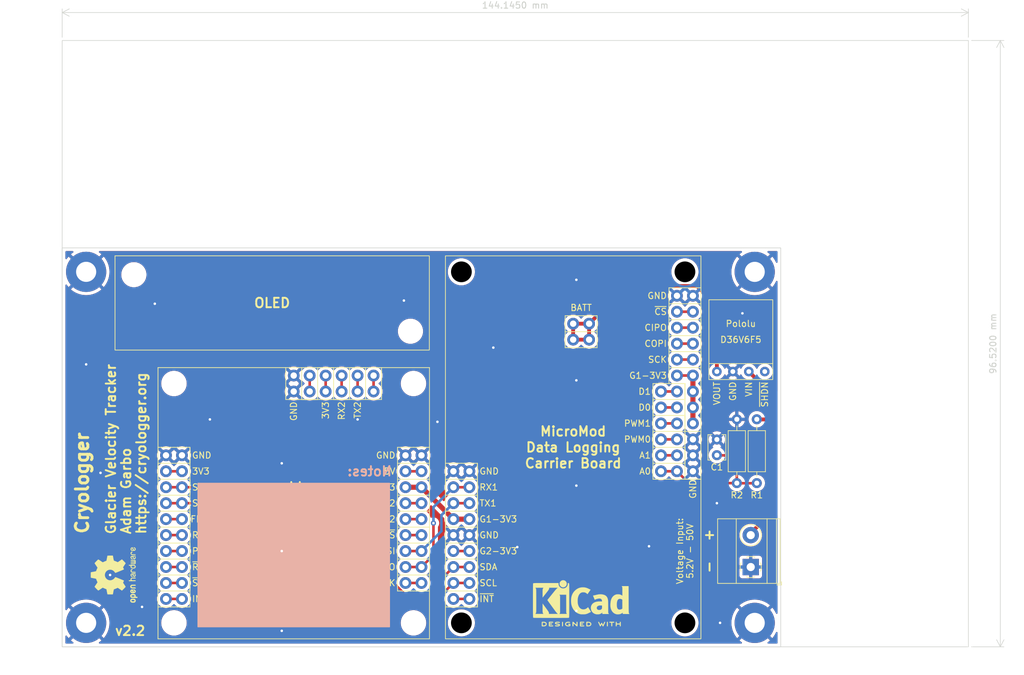
<source format=kicad_pcb>
(kicad_pcb (version 20211014) (generator pcbnew)
  (layers (0 "F.Cu" signal) (31 "B.Cu" signal) (34 "B.Paste" user) (35 "F.Paste" user) (36 "B.SilkS" user "B.Silkscreen") (37 "F.SilkS" user "F.Silkscreen") (38 "B.Mask" user) (39 "F.Mask" user) (44 "Edge.Cuts" user))
  (net 0 "")
  (net 1 "A0")
  (net 2 "GND")
  (net 3 "+BATT")
  (net 4 "RX")
  (net 5 "TX")
  (net 6 "G1-3V3")
  (net 8 "G2-3V3")
  (net 9 "SDA")
  (net 10 "SCL")
  (net 11 "unconnected-(U1-Pad9)")
  (net 12 "unconnected-(U1-Pad11)")
  (net 13 "unconnected-(U1-Pad12)")
  (net 14 "unconnected-(U1-Pad13)")
  (net 15 "unconnected-(U1-Pad14)")
  (net 16 "unconnected-(U1-Pad22)")
  (net 17 "unconnected-(U1-Pad23)")
  (net 18 "unconnected-(U1-Pad24)")
  (net 19 "unconnected-(U1-Pad25)")
  (net 20 "unconnected-(U1-Pad26)")
  (net 21 "+5V")
  (net 22 "unconnected-(U2-Pad5)")
  (net 23 "unconnected-(U2-Pad6)")
  (net 24 "unconnected-(U2-Pad7)")
  (net 25 "unconnected-(U2-Pad8)")
  (net 26 "unconnected-(U2-Pad9)")
  (net 27 "unconnected-(U2-Pad10)")
  (net 28 "unconnected-(U2-Pad12)")
  (net 29 "unconnected-(U2-Pad14)")
  (net 30 "unconnected-(U2-Pad15)")
  (net 31 "unconnected-(U2-Pad16)")
  (net 32 "unconnected-(U2-Pad18)")
  (net 33 "unconnected-(U2-Pad20)")
  (net 34 "unconnected-(U2-Pad21)")
  (net 35 "unconnected-(U2-Pad22)")
  (net 36 "unconnected-(U2-Pad25)")
  (footprint "Resistor_THT:R_Axial_DIN0207_L6.3mm_D2.5mm_P10.16mm_Horizontal" (layer "F.Cu") (at 201.93 89.515 -90)
    (fp_text reference "R1" (at 12.065 0) (layer "F.SilkS"))
    (fp_text value "10MΩ")
    (pad "1" thru_hole circle (at 0 0 270) (size 1.6 1.6) (drill 0.8) (layers *.Cu *.Mask) (net 3 "+BATT"))
    (pad "2" thru_hole oval (at 10.16 0 270) (size 1.6 1.6) (drill 0.8) (layers *.Cu *.Mask) (net 1 "A0"))
  )
  (footprint "Cryologger:SparkFun_OLED" (layer "F.Cu") (at 124.841 70.993)
    (fp_text reference "REF**" hide)
    (fp_text value "SparkFun_OLED")
    (fp_text user "OLED" (at 0 0 unlocked) (layer "F.SilkS") (effects (font (size 1.5 1.5) (thickness 0.3))))
    (pad "" np_thru_hole circle locked (at 22 4.5) (size 3 3) (drill 3) (layers F&B.Cu *.Mask))
    (pad "" np_thru_hole circle locked (at -22 -4.5) (size 3 3) (drill 3) (layers F&B.Cu *.Mask))
  )
  (footprint "MountingHole:MountingHole_3.2mm_M3_Pad" (layer "F.Cu") (at 95.25 66.04)
    (fp_text reference "H1" hide)
    (fp_text value "MountingHole_Pad" hide)
    (pad "1" thru_hole circle (at 0 0) (size 6.4 6.4) (drill 3.2) (layers *.Cu *.Mask) (net 2 "GND"))
  )
  (footprint "MountingHole:MountingHole_3.2mm_M3_Pad" (layer "F.Cu") (at 201.6 121.925)
    (fp_text reference "H4" hide)
    (fp_text value "MountingHole_Pad" hide)
    (pad "1" thru_hole circle (at 0 0) (size 6.4 6.4) (drill 3.2) (layers *.Cu *.Mask) (net 2 "GND"))
  )
  (footprint "Capacitor_THT:C_Disc_D3.8mm_W2.6mm_P2.50mm" (layer "F.Cu") (at 195.58 95.23 90)
    (fp_text reference "C1" (at -1.905 0 180) (layer "F.SilkS"))
    (fp_text value "0.1uF")
    (pad "1" thru_hole circle (at 0 0 90) (size 1.6 1.6) (drill 0.8) (layers *.Cu *.Mask) (net 1 "A0"))
    (pad "2" thru_hole circle (at 2.5 0 90) (size 1.6 1.6) (drill 0.8) (layers *.Cu *.Mask) (net 2 "GND"))
  )
  (footprint "MountingHole:MountingHole_3.2mm_M3_Pad" (layer "F.Cu") (at 95.25 121.92)
    (fp_text reference "H2" hide)
    (fp_text value "MountingHole_Pad" hide)
    (pad "1" thru_hole circle (at 0 0) (size 6.4 6.4) (drill 3.2) (layers *.Cu *.Mask) (net 2 "GND"))
  )
  (footprint "Symbol:OSHW-Logo2_9.8x8mm_SilkScreen" (layer "F.Cu") (at 99.695 114.3 90)
    (fp_text reference "REF**" hide)
    (fp_text value "OSHW-Logo2_9.8x8mm_SilkScreen" hide)
  )
  (footprint "Symbol:KiCad-Logo2_6mm_SilkScreen" (layer "F.Cu") (at 173.99 118.11)
    (fp_text reference "REF**" hide)
    (fp_text value "KiCad-Logo2_6mm_SilkScreen" hide)
  )
  (footprint "TerminalBlock_Phoenix:TerminalBlock_Phoenix_MKDS-1,5-2-5.08_1x02_P5.08mm_Horizontal" (layer "F.Cu") (at 200.965003 113.035004 90)
    (fp_text reference "J1" hide)
    (fp_text value "Screw_Terminal_01x02")
    (pad "1" thru_hole rect (at 0 0 90) (size 2.6 2.6) (drill 1.3) (layers *.Cu *.Mask) (net 2 "GND"))
    (pad "2" thru_hole circle (at 5.08 0 90) (size 2.6 2.6) (drill 1.3) (layers *.Cu *.Mask) (net 3 "+BATT"))
  )
  (footprint "Cryologger:SparkFun_MMDLCB" (layer "F.Cu") (at 172.72 93.98 -90)
    (fp_text reference "U1" hide)
    (fp_text value "SparkFun_MMDLCB")
    (fp_text user "D1" (at -8.89 -12.446) (layer "F.SilkS") (effects (justify right)))
    (fp_text user "PWM0" (at -1.27 -12.446) (layer "F.SilkS") (effects (justify right)))
    (fp_text user "CIPO" (at -19.05 -14.986) (layer "F.SilkS") (effects (justify right)))
    (fp_text user "TX1" (at 8.89 14.986) (layer "F.SilkS") (effects (justify left)))
    (fp_text user "COPI" (at -16.51 -14.986) (layer "F.SilkS") (effects (justify right)))
    (fp_text user "G1-3V3" (at -11.43 -14.986) (layer "F.SilkS") (effects (justify right)))
    (fp_text user "BATT" (at -22.225 -1.27) (layer "F.SilkS"))
    (fp_text user "SCK" (at -13.97 -14.986) (layer "F.SilkS") (effects (justify right)))
    (fp_text user "~{INT}" (at 24.13 14.986) (layer "F.SilkS") (effects (justify left)))
    (fp_text user "G2-3V3" (at 16.51 14.986) (layer "F.SilkS") (effects (justify left)))
    (fp_text user "~{CS}" (at -21.59 -14.986) (layer "F.SilkS") (effects (justify right)))
    (fp_text user "SCL" (at 21.59 14.986) (layer "F.SilkS") (effects (justify left)))
    (fp_text user "GND" (at 8.255 -19.05 -270) (layer "F.SilkS") (effects (justify left)))
    (fp_text user "MicroMod" (at -2.54 0) (layer "F.SilkS") (effects (font (size 1.5 1.5) (thickness 0.3))))
    (fp_text user "D0" (at -6.35 -12.446) (layer "F.SilkS") (effects (justify right)))
    (fp_text user "PWM1" (at -3.81 -12.446) (layer "F.SilkS") (effects (justify right)))
    (fp_text user "GND" (at -24.13 -14.986) (layer "F.SilkS") (effects (justify right)))
    (fp_text user "G1-3V3" (at 11.43 14.986) (layer "F.SilkS") (effects (justify left)))
    (fp_text user "SDA" (at 19.05 14.986) (layer "F.SilkS") (effects (justify left)))
    (fp_text user "Carrier Board" (at 2.54 0) (layer "F.SilkS") (effects (font (size 1.5 1.5) (thickness 0.3))))
    (fp_text user "A1" (at 1.27 -12.446) (layer "F.SilkS") (effects (justify right)))
    (fp_text user "GND" (at 13.97 14.986) (layer "F.SilkS") (effects (justify left)))
    (fp_text user "A0" (at 3.81 -12.446) (layer "F.SilkS") (effects (justify right)))
    (fp_text user "Data Logging" (at 0 0) (layer "F.SilkS") (effects (font (size 1.5 1.5) (thickness 0.3))))
    (fp_text user "GND" (at 3.81 14.986) (layer "F.SilkS") (effects (justify left)))
    (fp_text user "RX1" (at 6.35 14.986) (layer "F.SilkS") (effects (justify left)))
    (pad "" np_thru_hole circle (at 27.94 17.78 270) (size 3.302 3.302) (drill 3.302) (layers *.Mask))
    (pad "" np_thru_hole circle (at -27.94 -17.78 270) (size 3.302 3.302) (drill 3.302) (layers *.Mask))
    (pad "" np_thru_hole circle (at 27.94 -17.78 270) (size 3.302 3.302) (drill 3.302) (layers *.Mask))
    (pad "" np_thru_hole circle (at -27.94 17.78 270) (size 3.302 3.302) (drill 3.302) (layers *.Mask))
    (pad "1" thru_hole circle (at 3.81 19.05 270) (size 1.8796 1.8796) (drill 1.016) (layers *.Cu *.Mask) (net 2 "GND"))
    (pad "1" thru_hole circle (at 3.81 16.51 270) (size 1.8796 1.8796) (drill 1.016) (layers *.Cu *.Mask) (net 2 "GND"))
    (pad "2" thru_hole circle (at 6.35 16.51 270) (size 1.8796 1.8796) (drill 1.016) (layers *.Cu *.Mask) (net 4 "RX"))
    (pad "2" thru_hole circle (at 6.35 19.05 270) (size 1.8796 1.8796) (drill 1.016) (layers *.Cu *.Mask) (net 4 "RX"))
    (pad "3" thru_hole circle (at 8.89 16.51 270) (size 1.8796 1.8796) (drill 1.016) (layers *.Cu *.Mask) (net 5 "TX"))
    (pad "3" thru_hole circle (at 8.89 19.05 270) (size 1.8796 1.8796) (drill 1.016) (layers *.Cu *.Mask) (net 5 "TX"))
    (pad "4" thru_hole circle (at 11.43 16.51 270) (size 1.8796 1.8796) (drill 1.016) (layers *.Cu *.Mask) (net 6 "G1-3V3"))
    (pad "4" thru_hole circle (at 11.43 19.05 270) (size 1.8796 1.8796) (drill 1.016) (layers *.Cu *.Mask) (net 6 "G1-3V3"))
    (pad "5" thru_hole circle (at 13.97 19.05 270) (size 1.8796 1.8796) (drill 1.016) (layers *.Cu *.Mask) (net 2 "GND"))
    (pad "5" thru_hole circle (at 13.97 16.51 270) (size 1.8796 1.8796) (drill 1.016) (layers *.Cu *.Mask) (net 2 "GND"))
    (pad "6" thru_hole circle (at 16.51 16.51 270) (size 1.8796 1.8796) (drill 1.016) (layers *.Cu *.Mask) (net 8 "G2-3V3"))
    (pad "6" thru_hole circle (at 16.51 19.05 270) (size 1.8796 1.8796) (drill 1.016) (layers *.Cu *.Mask) (net 8 "G2-3V3"))
    (pad "7" thru_hole circle (at 19.05 16.51 270) (size 1.8796 1.8796) (drill 1.016) (layers *.Cu *.Mask) (net 9 "SDA"))
    (pad "7" thru_hole circle (at 19.05 19.05 270) (size 1.8796 1.8796) (drill 1.016) (layers *.Cu *.Mask) (net 9 "SDA"))
    (pad "8" thru_hole circle (at 21.59 16.51 270) (size 1.8796 1.8796) (drill 1.016) (layers *.Cu *.Mask) (net 10 "SCL"))
    (pad "8" thru_hole circle (at 21.59 19.05 270) (size 1.8796 1.8796) (drill 1.016) (layers *.Cu *.Mask) (net 10 "SCL"))
    (pad "9" thru_hole circle (at 24.13 16.51 270) (size 1.8796 1.8796) (drill 1.016) (layers *.Cu *.Mask) (net 11 "unconnected-(U1-Pad9)"))
    (pad "9" thru_hole circle (at 24.13 19.05 270) (size 1.8796 1.8796) (drill 1.016) (layers *.Cu *.Mask) (net 11 "unconnected-(U1-Pad9)"))
    (pad "10" thru_hole circle (at -24.13 -19.05 270) (size 1.8796 1.8796) (drill 1.016) (layers *.Cu *.Mask) (net 2 "GND"))
    (pad "10" thru_hole circle (at -24.13 -16.51 270) (size 1.8796 1.8796) (drill 1.016) (layers *.Cu *.Mask) (net 2 "GND"))
    (pad "11" thru_hole circle (at -21.59 -16.51 270) (size 1.8796 1.8796) (drill 1.016) (layers *.Cu *.Mask) (net 12 "unconnected-(U1-Pad11)"))
    (pad "11" thru_hole circle (at -21.59 -19.05 270) (size 1.8796 1.8796) (drill 1.016) (layers *.Cu *.Mask) (net 12 "unconnected-(U1-Pad11)"))
    (pad "12" thru_hole circle (at -19.05 -19.05 270) (size 1.8796 1.8796) (drill 1.016) (layers *.Cu *.Mask) (net 13 "unconnected-(U1-Pad12)"))
    (pad "12" thru_hole circle (at -19.05 -16.51 270) (size 1.8796 1.8796) (drill 1.016) (layers *.Cu *.Mask) (net 13 "unconnected-(U1-Pad12)"))
    (pad "13" thru_hole circle (at -16.51 -16.51 270) (size 1.8796 1.8796) (drill 1.016) (layers *.Cu *.Mask) (net 14 "unconnected-(U1-Pad13)"))
    (pad "13" thru_hole circle (at -16.51 -19.05 270) (size 1.8796 1.8796) (drill 1.016) (layers *.Cu *.Mask) (net 14 "unconnected-(U1-Pad13)"))
    (pad "14" thru_hole circle (at -13.97 -16.51 270) (size 1.8796 1.8796) (drill 1.016) (layers *.Cu *.Mask) (net 15 "unconnected-(U1-Pad14)"))
    (pad "14" thru_hole circle (at -13.97 -19.05 270) (size 1.8796 1.8796) (drill 1.016) (layers *.Cu *.Mask) (net 15 "unconnected-(U1-Pad14)"))
    (pad "15" thru_hole circle (at -11.43 -16.51 270) (size 1.8796 1.8796) (drill 1.016) (layers *.Cu *.Mask) (net 6 "G1-3V3"))
    (pad "15" thru_hole circle (at -11.43 -19.05 270) (size 1.8796 1.8796) (drill 1.016) (layers *.Cu *.Mask) (net 6 "G1-3V3"))
    (pad "16" thru_hole circle (at -8.89 -19.05 270) (size 1.8796 1.8796) (drill 1.016) (layers *.Cu *.Mask) (net 6 "G1-3V3"))
    (pad "17" thru_hole circle (at -6.35 -19.05 270) (size 1.8796 1.8796) (drill 1.016) (layers *.Cu *.Mask) (net 6 "G1-3V3"))
    (pad "18" thru_hole circle (at -3.81 -19.05 270) (size 1.8796 1.8796) (drill 1.016) (layers *.Cu *.Mask) (net 6 "G1-3V3"))
    (pad "19" thru_hole circle (at -1.27 -19.05 270) (size 1.8796 1.8796) (drill 1.016) (layers *.Cu *.Mask) (net 2 "GND"))
    (pad "20" thru_hole circle (at 1.27 -19.05 270) (size 1.8796 1.8796) (drill 1.016) (layers *.Cu *.Mask) (net 2 "GND"))
    (pad "21" thru_hole circle (at 3.81 -19.05 270) (size 1.8796 1.8796) (drill 1.016) (layers *.Cu *.Mask) (net 2 "GND"))
    (pad "22" thru_hole circle (at -8.89 -16.51 270) (size 1.8796 1.8796) (drill 1.016) (layers *.Cu *.Mask) (net 16 "unconnected-(U1-Pad22)"))
    (pad "22" thru_hole circle (at -8.89 -13.97 270) (size 1.8796 1.8796) (drill 1.016) (layers *.Cu *.Mask) (net 16 "unconnected-(U1-Pad22)"))
    (pad "23" thru_hole circle (at -6.35 -13.97 270) (size 1.8796 1.8796) (drill 1.016) (layers *.Cu *.Mask) (net 17 "unconnected-(U1-Pad23)"))
    (pad "23" thru_hole circle (at -6.35 -16.51 270) (size 1.8796 1.8796) (drill 1.016) (layers *.Cu *.Mask) (net 17 "unconnected-(U1-Pad23)"))
    (pad "24" thru_hole circle (at -3.81 -16.51 270) (size 1.8796 1.8796) (drill 1.016) (layers *.Cu *.Mask) (net 18 "unconnected-(U1-Pad24)"))
    (pad "24" thru_hole circle (at -3.81 -13.97 270) (size 1.8796 1.8796) (drill 1.016) (layers *.Cu *.Mask) (net 18 "unconnected-(U1-Pad24)"))
    (pad "25" thru_hole circle (at -1.27 -13.97 270) (size 1.8796 1.8796) (drill 1.016) (layers *.Cu *.Mask) (net 19 "unconnected-(U1-Pad25)"))
    (pad "25" thru_hole circle (at -1.27 -16.51 270) (size 1.8796 1.8796) (drill 1.016) (layers *.Cu *.Mask) (net 19 "unconnected-(U1-Pad25)"))
    (pad "26" thru_hole circle (at 1.27 -13.97 270) (size 1.8796 1.8796) (drill 1.016) (layers *.Cu *.Mask) (net 20 "unconnected-(U1-Pad26)"))
    (pad "26" thru_hole circle (at 1.27 -16.51 270) (size 1.8796 1.8796) (drill 1.016) (layers *.Cu *.Mask) (net 20 "unconnected-(U1-Pad26)"))
    (pad "27" thru_hole circle (at 3.81 -13.97 270) (size 1.8796 1.8796) (drill 1.016) (layers *.Cu *.Mask) (net 1 "A0"))
    (pad "27" thru_hole circle (at 3.81 -16.51 270) (size 1.8796 1.8796) (drill 1.016) (layers *.Cu *.Mask) (net 1 "A0"))
    (pad "28" thru_hole circle (at -17.145 -2.54 270) (size 1.8796 1.8796) (drill 1.016) (layers *.Cu *.Mask) (net 21 "+5V"))
    (pad "28" thru_hole circle (at -19.685 -2.54 270) (size 1.8796 1.8796) (drill 1.016) (layers *.Cu *.Mask) (net 21 "+5V"))
    (pad "29" thru_hole circle (at -19.685 0 270) (size 1.8796 1.8796) (drill 1.016) (layers *.Cu *.Mask) (net 21 "+5V"))
    (pad "29" thru_hole circle (at -17.145 0 270) (size 1.8796 1.8796) (drill 1.016) (layers *.Cu *.Mask) (net 21 "+5V"))
  )
  (footprint "Cryologger:Pololu_D36V6x_Hor" (layer "F.Cu") (at 199.39 81.915)
    (fp_text reference "U3" hide)
    (fp_text value "Pololu_D36V6x")
    (fp_text user "~{SHDN}" (at 3.81 1.524 90 unlocked) (layer "F.SilkS") (effects (justify right)))
    (fp_text user "VOUT" (at -3.81 1.524 90 unlocked) (layer "F.SilkS") (effects (justify right)))
    (fp_text user "Pololu" (at 0 -7.62 unlocked) (layer "F.SilkS"))
    (fp_text user "VIN" (at 1.27 1.524 90 unlocked) (layer "F.SilkS") (effects (justify right)))
    (fp_text user "D36V6F5" (at 0 -5.08 unlocked) (layer "F.SilkS"))
    (fp_text user "GND" (at -1.27 1.524 90 unlocked) (layer "F.SilkS") (effects (justify right)))
    (pad "1" thru_hole circle (at -3.81 0) (size 1.524 1.524) (drill 0.762) (layers *.Cu *.Mask) (net 21 "+5V"))
    (pad "2" thru_hole circle (at -1.27 0) (size 1.524 1.524) (drill 0.762) (layers *.Cu *.Mask) (net 2 "GND"))
    (pad "3" thru_hole circle (at 1.27 0) (size 1.524 1.524) (drill 0.762) (layers *.Cu *.Mask) (net 3 "+BATT"))
    (pad "4" thru_hole circle (at 3.81 0) (size 1.524 1.524) (drill 0.762) (layers *.Cu *.Mask))
  )
  (footprint "Resistor_THT:R_Axial_DIN0207_L6.3mm_D2.5mm_P10.16mm_Horizontal" (layer "F.Cu") (at 198.755 99.675 90)
    (fp_text reference "R2" (at -1.905 0 180) (layer "F.SilkS"))
    (fp_text value "1MΩ")
    (pad "1" thru_hole circle (at 0 0 90) (size 1.6 1.6) (drill 0.8) (layers *.Cu *.Mask) (net 1 "A0"))
    (pad "2" thru_hole oval (at 10.16 0 90) (size 1.6 1.6) (drill 0.8) (layers *.Cu *.Mask) (net 2 "GND"))
  )
  (footprint "Cryologger:SparkFun_ZED-F9P" (layer "F.Cu") (at 128.27 102.87 -90)
    (fp_text reference "U2" hide)
    (fp_text value "SparkFun_ZED-F9P")
    (fp_text user "~{CS}" (at 5.08 -16.256) (layer "F.SilkS") (effects (justify right)))
    (fp_text user "ZED-F9P" (at 2.54 0) (layer "F.SilkS") (effects (font (size 1.5 1.5) (thickness 0.3))))
    (fp_text user "u-blox" (at -2.54 0) (layer "F.SilkS") (effects (font (size 1.5 1.5) (thickness 0.3))))
    (fp_text user "TX/MISO" (at 10.16 -16.256) (layer "F.SilkS") (effects (justify right)))
    (fp_text user "GPS-RTK-SMA" (at 0 0) (layer "F.SilkS") (effects (font (size 1.5 1.5) (thickness 0.3))))
    (fp_text user "FENCE" (at 2.54 16.51) (layer "F.SilkS") (effects (justify left)))
    (fp_text user "INT" (at 15.24 16.256) (layer "F.SilkS") (effects (justify left)))
    (fp_text user "SCL" (at 0 16.256) (layer "F.SilkS") (effects (justify left)))
    (fp_text user "RX/MOSI" (at 7.62 -16.256) (layer "F.SilkS") (effects (justify right)))
    (fp_text user "SCK" (at 12.7 -16.256) (layer "F.SilkS") (effects (justify right)))
    (fp_text user "TX2" (at -16.256 -10.16 90) (layer "F.SilkS") (effects (justify right)))
    (fp_text user "PPS" (at 7.62 16.256) (layer "F.SilkS") (effects (justify left)))
    (fp_text user "GND" (at -7.62 16.256) (layer "F.SilkS") (effects (justify left)))
    (fp_text user "~{SAFE}" (at 12.7 16.256) (layer "F.SilkS") (effects (justify left)))
    (fp_text user "GND" (at -16.256 0 90) (layer "F.SilkS") (effects (justify right)))
    (fp_text user "~{RST}" (at 10.16 16.256) (layer "F.SilkS") (effects (justify left)))
    (fp_text user "3V3" (at -16.256 -5.08 90) (layer "F.SilkS") (effects (justify right)))
    (fp_text user "TX2" (at 0 -16.256) (layer "F.SilkS") (effects (justify right)))
    (fp_text user "RX2" (at 2.54 -16.256) (layer "F.SilkS") (effects (justify right)))
    (fp_text user "SDA" (at -2.54 16.256) (layer "F.SilkS") (effects (justify left)))
    (fp_text user "5V" (at -5.08 -16.256) (layer "F.SilkS") (effects (justify right)))
    (fp_text user "3V3" (at -2.54 -16.256) (layer "F.SilkS") (effects (justify right)))
    (fp_text user "3V3" (at -5.08 16.256) (layer "F.SilkS") (effects (justify left)))
    (fp_text user "GND" (at -7.62 -16.256) (layer "F.SilkS") (effects (justify right)))
    (fp_text user "RTK" (at 5.08 16.256) (layer "F.SilkS") (effects (justify left)))
    (fp_text user "RX2" (at -16.256 -7.62 90) (layer "F.SilkS") (effects (justify right)))
    (pad "" np_thru_hole circle (at -19.05 19.05 270) (size 3.048 3.048) (drill 3.048) (layers F&B.Cu *.Mask))
    (pad "" np_thru_hole circle (at 19.05 19.05 270) (size 3.048 3.048) (drill 3.048) (layers F&B.Cu *.Mask))
    (pad "" np_thru_hole circle (at -19.05 -19.05 270) (size 3.048 3.048) (drill 3.048) (layers F&B.Cu *.Mask))
    (pad "" np_thru_hole circle (at 19.05 -19.05 270) (size 3.048 3.048) (drill 3.048) (layers F&B.Cu *.Mask))
    (pad "1" thru_hole circle (at -7.62 20.32) (size 1.8796 1.8796) (drill 1.016) (layers *.Cu *.Mask) (net 2 "GND"))
    (pad "1" thru_hole circle (at -7.62 17.78) (size 1.8796 1.8796) (drill 1.016) (layers *.Cu *.Mask) (net 2 "GND"))
    (pad "2" thru_hole circle (at -5.08 20.32) (size 1.8796 1.8796) (drill 1.016) (layers *.Cu *.Mask) (net 6 "G1-3V3"))
    (pad "2" thru_hole circle (at -5.08 17.78) (size 1.8796 1.8796) (drill 1.016) (layers *.Cu *.Mask) (net 6 "G1-3V3"))
    (pad "3" thru_hole circle (at -2.54 20.32) (size 1.8796 1.8796) (drill 1.016) (layers *.Cu *.Mask) (net 9 "SDA"))
    (pad "3" thru_hole circle (at -2.54 17.78) (size 1.8796 1.8796) (drill 1.016) (layers *.Cu *.Mask) (net 9 "SDA"))
    (pad "4" thru_hole circle (at 0 20.32) (size 1.8796 1.8796) (drill 1.016) (layers *.Cu *.Mask) (net 10 "SCL"))
    (pad "4" thru_hole circle (at 0 17.78) (size 1.8796 1.8796) (drill 1.016) (layers *.Cu *.Mask) (net 10 "SCL"))
    (pad "5" thru_hole circle (at 2.54 17.78) (size 1.8796 1.8796) (drill 1.016) (layers *.Cu *.Mask) (net 22 "unconnected-(U2-Pad5)"))
    (pad "5" thru_hole circle (at 2.54 20.32) (size 1.8796 1.8796) (drill 1.016) (layers *.Cu *.Mask) (net 22 "unconnected-(U2-Pad5)"))
    (pad "6" thru_hole circle (at 5.08 17.78) (size 1.8796 1.8796) (drill 1.016) (layers *.Cu *.Mask) (net 23 "unconnected-(U2-Pad6)"))
    (pad "6" thru_hole circle (at 5.08 20.32) (size 1.8796 1.8796) (drill 1.016) (layers *.Cu *.Mask) (net 23 "unconnected-(U2-Pad6)"))
    (pad "7" thru_hole circle (at 7.62 17.78) (size 1.8796 1.8796) (drill 1.016) (layers *.Cu *.Mask) (net 24 "unconnected-(U2-Pad7)"))
    (pad "7" thru_hole circle (at 7.62 20.32) (size 1.8796 1.8796) (drill 1.016) (layers *.Cu *.Mask) (net 24 "unconnected-(U2-Pad7)"))
    (pad "8" thru_hole circle (at 10.16 17.78) (size 1.8796 1.8796) (drill 1.016) (layers *.Cu *.Mask) (net 25 "unconnected-(U2-Pad8)"))
    (pad "8" thru_hole circle (at 10.16 20.32) (size 1.8796 1.8796) (drill 1.016) (layers *.Cu *.Mask) (net 25 "unconnected-(U2-Pad8)"))
    (pad "9" thru_hole circle (at 12.7 17.78) (size 1.8796 1.8796) (drill 1.016) (layers *.Cu *.Mask) (net 26 "unconnected-(U2-Pad9)"))
    (pad "9" thru_hole circle (at 12.7 20.32) (size 1.8796 1.8796) (drill 1.016) (layers *.Cu *.Mask) (net 26 "unconnected-(U2-Pad9)"))
    (pad "10" thru_hole circle (at 15.24 20.32) (size 1.8796 1.8796) (drill 1.016) (layers *.Cu *.Mask) (net 27 "unconnected-(U2-Pad10)"))
    (pad "10" thru_hole circle (at 15.24 17.78) (size 1.8796 1.8796) (drill 1.016) (layers *.Cu *.Mask) (net 27 "unconnected-(U2-Pad10)"))
    (pad "11" thru_hole circle (at -20.32 0) (size 1.8796 1.8796) (drill 1.016) (layers *.Cu *.Mask) (net 2 "GND"))
    (pad "11" thru_hole circle (at -17.78 0) (size 1.8796 1.8796) (drill 1.016) (layers *.Cu *.Mask) (net 2 "GND"))
    (pad "12" thru_hole circle (at -20.32 -2.54) (size 1.8796 1.8796) (drill 1.016) (layers *.Cu *.Mask) (net 28 "unconnected-(U2-Pad12)"))
    (pad "12" thru_hole circle (at -17.78 -2.54) (size 1.8796 1.8796) (drill 1.016) (layers *.Cu *.Mask) (net 28 "unconnected-(U2-Pad12)"))
    (pad "13" thru_hole circle (at -20.32 -5.08) (size 1.8796 1.8796) (drill 1.016) (layers *.Cu *.Mask) (net 6 "G1-3V3"))
    (pad "13" thru_hole circle (at -17.78 -5.08) (size 1.8796 1.8796) (drill 1.016) (layers *.Cu *.Mask) (net 6 "G1-3V3"))
    (pad "14" thru_hole circle (at -17.78 -7.62) (size 1.8796 1.8796) (drill 1.016) (layers *.Cu *.Mask) (net 29 "unconnected-(U2-Pad14)"))
    (pad "14" thru_hole circle (at -20.32 -7.62) (size 1.8796 1.8796) (drill 1.016) (layers *.Cu *.Mask) (net 29 "unconnected-(U2-Pad14)"))
    (pad "15" thru_hole circle (at -20.32 -10.16) (size 1.8796 1.8796) (drill 1.016) (layers *.Cu *.Mask) (net 30 "unconnected-(U2-Pad15)"))
    (pad "15" thru_hole circle (at -17.78 -10.16) (size 1.8796 1.8796) (drill 1.016) (layers *.Cu *.Mask) (net 30 "unconnected-(U2-Pad15)"))
    (pad "16" thru_hole circle (at -17.78 -12.7) (size 1.8796 1.8796) (drill 1.016) (layers *.Cu *.Mask) (net 31 "unconnected-(U2-Pad16)"))
    (pad "16" thru_hole circle (at -20.32 -12.7) (size 1.8796 1.8796) (drill 1.016) (layers *.Cu *.Mask) (net 31 "unconnected-(U2-Pad16)"))
    (pad "17" thru_hole circle (at -7.62 -20.32) (size 1.8796 1.8796) (drill 1.016) (layers *.Cu *.Mask) (net 2 "GND"))
    (pad "17" thru_hole circle (at -7.62 -17.78) (size 1.8796 1.8796) (drill 1.016) (layers *.Cu *.Mask) (net 2 "GND"))
    (pad "18" thru_hole circle (at -5.08 -20.32) (size 1.8796 1.8796) (drill 1.016) (layers *.Cu *.Mask) (net 32 "unconnected-(U2-Pad18)"))
    (pad "18" thru_hole circle (at -5.08 -17.78) (size 1.8796 1.8796) (drill 1.016) (layers *.Cu *.Mask) (net 32 "unconnected-(U2-Pad18)"))
    (pad "19" thru_hole circle (at -2.54 -17.78) (size 1.8796 1.8796) (drill 1.016) (layers *.Cu *.Mask) (net 6 "G1-3V3"))
    (pad "19" thru_hole circle (at -2.54 -20.32) (size 1.8796 1.8796) (drill 1.016) (layers *.Cu *.Mask) (net 6 "G1-3V3"))
    (pad "20" thru_hole circle (at 0 -17.78) (size 1.8796 1.8796) (drill 1.016) (layers *.Cu *.Mask) (net 33 "unconnected-(U2-Pad20)"))
    (pad "20" thru_hole circle (at 0 -20.32) (size 1.8796 1.8796) (drill 1.016) (layers *.Cu *.Mask) (net 33 "unconnected-(U2-Pad20)"))
    (pad "21" thru_hole circle (at 2.54 -20.32) (size 1.8796 1.8796) (drill 1.016) (layers *.Cu *.Mask) (net 34 "unconnected-(U2-Pad21)"))
    (pad "21" thru_hole circle (at 2.54 -17.78) (size 1.8796 1.8796) (drill 1.016) (layers *.Cu *.Mask) (net 34 "unconnected-(U2-Pad21)"))
    (pad "22" thru_hole circle (at 5.08 -17.78) (size 1.8796 1.8796) (drill 1.016) (layers *.Cu *.Mask) (net 35 "unconnected-(U2-Pad22)"))
    (pad "22" thru_hole circle (at 5.08 -20.32) (size 1.8796 1.8796) (drill 1.016) (layers *.Cu *.Mask) (net 35 "unconnected-(U2-Pad22)"))
    (pad "23" thru_hole circle (at 7.62 -20.32) (size 1.8796 1.8796) (drill 1.016) (layers *.Cu *.Mask) (net 5 "TX"))
    (pad "23" thru_hole circle (at 7.62 -17.78) (size 1.8796 1.8796) (drill 1.016) (layers *.Cu *.Mask) (net 5 "TX"))
    (pad "24" thru_hole circle (at 10.16 -17.78) (size 1.8796 1.8796) (drill 1.016) (layers *.Cu *.Mask) (net 4 "RX"))
    (pad "24" thru_hole circle (at 10.16 -20.32) (size 1.8796 1.8796) (drill 1.016) (layers *.Cu *.Mask) (net 4 "RX"))
    (pad "25" thru_hole circle (at 12.7 -17.78) (size 1.8796 1.8796) (drill 1.016) (layers *.Cu *.Mask) (net 36 "unconnected-(U2-Pad25)"))
    (pad "25" thru_hole circle (at 12.7 -20.32) (size 1.8796 1.8796) (drill 1.016) (layers *.Cu *.Mask) (net 36 "unconnected-(U2-Pad25)"))
  )
  (footprint "MountingHole:MountingHole_3.2mm_M3_Pad" (layer "F.Cu") (at 201.600003 66.045004)
    (fp_text reference "H3" hide)
    (fp_text value "MountingHole_Pad" hide)
    (pad "1" thru_hole circle (at 0 0) (size 6.4 6.4) (drill 3.2) (layers *.Cu *.Mask) (net 2 "GND"))
  )
  (gr_rect (start 113.03 99.695) (end 143.51 122.555) (layer "B.SilkS") (width 0.15) (fill solid))
  (gr_rect (start 91.44 125.73) (end 235.585 29.21) (layer "Edge.Cuts") (width 0.1) (fill none))
  (gr_rect (start 91.44 62.23) (end 205.74 125.73) (layer "Edge.Cuts") (width 0.1) (fill none))
  (gr_text "Notes:" (at 140.335 97.79) (layer "B.SilkS") (effects (font (size 1.5 1.5) (thickness 0.3)) (justify mirror)))
  (gr_text "Voltage Input:\n5.2V - 50V" (at 190.5 110.49 90) (layer "F.SilkS") (effects (font (size 1 1))))
  (gr_text "+" (at 194.31 107.95 90) (layer "F.SilkS") (effects (font (size 1.5 1.5) (thickness 0.3))))
  (gr_text "v2.2" (at 99.695 123.19) (layer "F.SilkS") (effects (font (size 1.5 1.5) (thickness 0.3)) (justify left)))
  (gr_text "Cryologger" (at 94.615 107.95 90) (layer "F.SilkS") (effects (font (size 2 2) (thickness 0.45)) (justify left)))
  (gr_text "Glacier Velocity Tracker\nAdam Garbo\nhttps://cryologger.org" (at 101.6 107.95 90) (layer "F.SilkS") (effects (font (size 1.5 1.5) (thickness 0.3)) (justify left)))
  (gr_text "-" (at 194.31 113.029476 90) (layer "F.SilkS") (effects (font (size 1.5 1.5) (thickness 0.3))))
  (dimension (type aligned) (layer "Edge.Cuts") (pts (xy 235.585 125.73) (xy 235.585 29.21)) (height 5.08) (gr_text "3.8000 in" (at 239.515 77.47 90) (layer "Edge.Cuts") (effects (font (size 1 1) (thickness 0.15)))) (format (units 3) (units_format 1) (precision 4)) (style (thickness 0.1) (arrow_length 1.27) (text_position_mode 0) (extension_height 0.58642) (extension_offset 0.5) keep_text_aligned))
  (dimension (type aligned) (layer "Edge.Cuts") (pts (xy 91.44 29.21) (xy 235.585 29.21)) (height -4.445) (gr_text "5.6750 in" (at 163.5125 23.615) (layer "Edge.Cuts") (effects (font (size 1 1) (thickness 0.15)))) (format (units 3) (units_format 1) (precision 4)) (style (thickness 0.1) (arrow_length 1.27) (text_position_mode 0) (extension_height 0.58642) (extension_offset 0.5) keep_text_aligned))
  (segment (start 189.23 97.79) (end 191.115 99.675) (width 0.4064) (layer "F.Cu") (net 1))
  (segment (start 189.23 97.79) (end 186.69 97.79) (width 0.4064) (layer "F.Cu") (net 1))
  (segment (start 198.755 97.155) (end 196.85 95.25) (width 0.4064) (layer "F.Cu") (net 1))
  (segment (start 196.85 95.25) (end 195.58 95.25) (width 0.4064) (layer "F.Cu") (net 1))
  (segment (start 198.755 99.695) (end 198.755 97.155) (width 0.4064) (layer "F.Cu") (net 1))
  (segment (start 201.93 99.695) (end 198.755 99.695) (width 0.4064) (layer "F.Cu") (net 1))
  (segment (start 191.115 99.675) (end 198.755 99.675) (width 0.4064) (layer "F.Cu") (net 1))
  (via (at 104.14 119.38) (size 0.8) (drill 0.4) (layers "F.Cu" "B.Cu") (net 2))
  (via (at 99.06 114.3) (size 0.8) (drill 0.4) (layers "F.Cu" "B.Cu") (net 2))
  (via (at 126.365 110.49) (size 0.8) (drill 0.4) (layers "F.Cu" "B.Cu") (net 2))
  (via (at 106.172 71.12) (size 0.8) (drill 0.4) (layers "F.Cu" "B.Cu") (net 2))
  (via (at 95.25 80.772) (size 0.8) (drill 0.4) (layers "F.Cu" "B.Cu") (net 2))
  (via (at 126.365 123.19) (size 0.8) (drill 0.4) (layers "F.Cu" "B.Cu") (net 2))
  (via (at 184.785 109.728) (size 0.8) (drill 0.4) (layers "F.Cu" "B.Cu") (net 2))
  (via (at 145.796 70.612) (size 0.8) (drill 0.4) (layers "F.Cu" "B.Cu") (net 2))
  (via (at 173.228 67.31) (size 0.8) (drill 0.4) (layers "F.Cu" "B.Cu") (net 2))
  (via (at 160.02 78.105) (size 0.8) (drill 0.4) (layers "F.Cu" "B.Cu") (net 2))
  (via (at 195.58 102.87) (size 0.8) (drill 0.4) (layers "F.Cu" "B.Cu") (net 2))
  (via (at 151.13 89.916) (size 0.8) (drill 0.4) (layers "F.Cu" "B.Cu") (net 2))
  (via (at 138.43 89.535) (size 0.8) (drill 0.4) (layers "F.Cu" "B.Cu") (net 2))
  (via (at 173.228 83.312) (size 0.8) (drill 0.4) (layers "F.Cu" "B.Cu") (net 2))
  (via (at 97.536 98.044) (size 0.8) (drill 0.4) (layers "F.Cu" "B.Cu") (net 2))
  (via (at 173.228 100.076) (size 0.8) (drill 0.4) (layers "F.Cu" "B.Cu") (net 2))
  (via (at 196.088 121.92) (size 0.8) (drill 0.4) (layers "F.Cu" "B.Cu") (net 2))
  (via (at 126.365 96.52) (size 0.8) (drill 0.4) (layers "F.Cu" "B.Cu") (net 2))
  (via (at 114.935 89.535) (size 0.8) (drill 0.4) (layers "F.Cu" "B.Cu") (net 2))
  (via (at 199.644 72.644) (size 0.8) (drill 0.4) (layers "F.Cu" "B.Cu") (net 2))
  (via (at 173.228 120.015) (size 0.8) (drill 0.4) (layers "F.Cu" "B.Cu") (net 2))
  (via (at 163.83 109.855) (size 0.8) (drill 0.4) (layers "F.Cu" "B.Cu") (net 2))
  (segment (start 201.93 89.535) (end 204.47 89.535) (width 0.6096) (layer "F.Cu") (net 3))
  (segment (start 204.47 104.14) (end 204.47 85.725) (width 0.6096) (layer "F.Cu") (net 3))
  (segment (start 200.66 107.95) (end 204.47 104.14) (width 0.6096) (layer "F.Cu") (net 3))
  (segment (start 204.47 85.725) (end 200.66 81.915) (width 0.6096) (layer "F.Cu") (net 3))
  (segment (start 150.495 111.125) (end 148.59 113.03) (width 0.4064) (layer "F.Cu") (net 4))
  (segment (start 148.59 113.03) (end 146.05 113.03) (width 0.4064) (layer "F.Cu") (net 4))
  (segment (start 153.67 100.33) (end 156.21 100.33) (width 0.4064) (layer "F.Cu") (net 4))
  (segment (start 150.495 106.045) (end 150.495 111.125) (width 0.4064) (layer "F.Cu") (net 4))
  (via (at 150.495 106.045) (size 0.8) (drill 0.4) (layers "F.Cu" "B.Cu") (net 4))
  (segment (start 150.495 104.775) (end 150.495 106.045) (width 0.4064) (layer "B.Cu") (net 4))
  (segment (start 150.495 103.505) (end 150.495 104.775) (width 0.4064) (layer "B.Cu") (net 4))
  (segment (start 153.67 100.33) (end 150.495 103.505) (width 0.4064) (layer "B.Cu") (net 4))
  (segment (start 146.05 110.49) (end 148.59 110.49) (width 0.4064) (layer "F.Cu") (net 5))
  (segment (start 153.67 102.87) (end 156.21 102.87) (width 0.4064) (layer "F.Cu") (net 5))
  (segment (start 148.59 110.49) (end 151.765 107.315) (width 0.4064) (layer "B.Cu") (net 5))
  (segment (start 151.765 104.775) (end 153.67 102.87) (width 0.4064) (layer "B.Cu") (net 5))
  (segment (start 151.765 107.315) (end 151.765 104.775) (width 0.4064) (layer "B.Cu") (net 5))
  (segment (start 148.59 100.33) (end 146.05 100.33) (width 0.8128) (layer "F.Cu") (net 6))
  (segment (start 107.95 97.79) (end 110.49 97.79) (width 0.4064) (layer "F.Cu") (net 6))
  (segment (start 133.35 85.09) (end 133.35 82.55) (width 0.4064) (layer "F.Cu") (net 6))
  (segment (start 153.67 105.41) (end 156.21 105.41) (width 0.8128) (layer "F.Cu") (net 6))
  (segment (start 191.77 82.55) (end 191.77 90.17) (width 0.8128) (layer "F.Cu") (net 6))
  (segment (start 148.59 100.33) (end 153.67 105.41) (width 0.8128) (layer "F.Cu") (net 6))
  (segment (start 189.23 82.55) (end 191.77 82.55) (width 0.4064) (layer "F.Cu") (net 6))
  (segment (start 153.67 110.49) (end 156.21 110.49) (width 0.4064) (layer "F.Cu") (net 8))
  (segment (start 149.225 117.475) (end 153.67 113.03) (width 0.4064) (layer "F.Cu") (net 9))
  (segment (start 107.95 100.33) (end 128.905 100.33) (width 0.4064) (layer "F.Cu") (net 9))
  (segment (start 153.67 113.03) (end 156.21 113.03) (width 0.4064) (layer "F.Cu") (net 9))
  (segment (start 128.905 100.33) (end 146.05 117.475) (width 0.4064) (layer "F.Cu") (net 9))
  (segment (start 146.05 117.475) (end 149.225 117.475) (width 0.4064) (layer "F.Cu") (net 9))
  (segment (start 153.67 115.57) (end 150.495 118.745) (width 0.4064) (layer "F.Cu") (net 10))
  (segment (start 150.495 118.745) (end 145.415 118.745) (width 0.4064) (layer "F.Cu") (net 10))
  (segment (start 129.54 102.87) (end 107.95 102.87) (width 0.4064) (layer "F.Cu") (net 10))
  (segment (start 153.67 115.57) (end 156.21 115.57) (width 0.4064) (layer "F.Cu") (net 10))
  (segment (start 145.415 118.745) (end 129.54 102.87) (width 0.4064) (layer "F.Cu") (net 10))
  (segment (start 153.67 118.11) (end 156.21 118.11) (width 0.4064) (layer "F.Cu") (net 11))
  (segment (start 189.23 72.39) (end 191.77 72.39) (width 0.4064) (layer "F.Cu") (net 12))
  (segment (start 189.23 74.93) (end 191.77 74.93) (width 0.4064) (layer "F.Cu") (net 13))
  (segment (start 189.23 77.47) (end 191.77 77.47) (width 0.4064) (layer "F.Cu") (net 14))
  (segment (start 189.23 80.01) (end 191.77 80.01) (width 0.4064) (layer "F.Cu") (net 15))
  (segment (start 186.69 85.09) (end 189.23 85.09) (width 0.4064) (layer "F.Cu") (net 16))
  (segment (start 189.23 87.63) (end 186.69 87.63) (width 0.4064) (layer "F.Cu") (net 17))
  (segment (start 186.69 90.17) (end 189.23 90.17) (width 0.4064) (layer "F.Cu") (net 18))
  (segment (start 189.23 92.71) (end 186.69 92.71) (width 0.4064) (layer "F.Cu") (net 19))
  (segment (start 186.69 95.25) (end 189.23 95.25) (width 0.4064) (layer "F.Cu") (net 20))
  (segment (start 172.72 74.295) (end 172.72 76.835) (width 0.6096) (layer "F.Cu") (net 21))
  (segment (start 172.72 76.835) (end 175.26 76.835) (width 0.6096) (layer "F.Cu") (net 21))
  (segment (start 192.410256 68.304289) (end 195.58 71.474033) (width 0.6096) (layer "F.Cu") (net 21))
  (segment (start 175.26 74.295) (end 175.26 77.47) (width 0.6096) (layer "F.Cu") (net 21))
  (segment (start 175.26 74.295) (end 172.72 74.295) (width 0.6096) (layer "F.Cu") (net 21))
  (segment (start 181.250711 68.304289) (end 192.410256 68.304289) (width 0.6096) (layer "F.Cu") (net 21))
  (segment (start 195.58 71.474033) (end 195.58 81.915) (width 0.6096) (layer "F.Cu") (net 21))
  (segment (start 175.26 74.295) (end 181.250711 68.304289) (width 0.6096) (layer "F.Cu") (net 21))
  (segment (start 107.95 105.41) (end 110.49 105.41) (width 0.4064) (layer "F.Cu") (net 22))
  (segment (start 110.49 107.95) (end 107.95 107.95) (width 0.4064) (layer "F.Cu") (net 23))
  (segment (start 107.95 110.49) (end 110.49 110.49) (width 0.4064) (layer "F.Cu") (net 24))
  (segment (start 110.49 113.03) (end 107.95 113.03) (width 0.4064) (layer "F.Cu") (net 25))
  (segment (start 107.95 115.57) (end 110.49 115.57) (width 0.4064) (layer "F.Cu") (net 26))
  (segment (start 110.49 118.11) (end 107.95 118.11) (width 0.4064) (layer "F.Cu") (net 27))
  (segment (start 130.81 82.55) (end 130.81 85.09) (width 0.4064) (layer "F.Cu") (net 28))
  (segment (start 135.89 82.55) (end 135.89 85.09) (width 0.4064) (layer "F.Cu") (net 29))
  (segment (start 138.43 85.09) (end 138.43 82.55) (width 0.4064) (layer "F.Cu") (net 30))
  (segment (start 140.97 82.55) (end 140.97 85.09) (width 0.4064) (layer "F.Cu") (net 31))
  (segment (start 146.05 97.79) (end 148.59 97.79) (width 0.4064) (layer "F.Cu") (net 32))
  (segment (start 146.05 102.87) (end 148.59 102.87) (width 0.4064) (layer "F.Cu") (net 33))
  (segment (start 148.59 105.41) (end 146.05 105.41) (width 0.4064) (layer "F.Cu") (net 34))
  (segment (start 146.05 107.95) (end 148.59 107.95) (width 0.4064) (layer "F.Cu") (net 35))
  (segment (start 146.05 115.57) (end 148.59 115.57) (width 0.4064) (layer "F.Cu") (net 36))
  (zone (net 2) (net_name "GND") (layers F&B.Cu) (connect_pads (clearance 0.508)) (min_thickness 0.254) (fill yes (thermal_gap 0.508) (thermal_bridge_width 0.508))
    (polygon (pts (xy 205.74 125.73) (xy 91.44 125.73) (xy 91.44 62.23) (xy 205.74 62.23)))
  )
)
</source>
